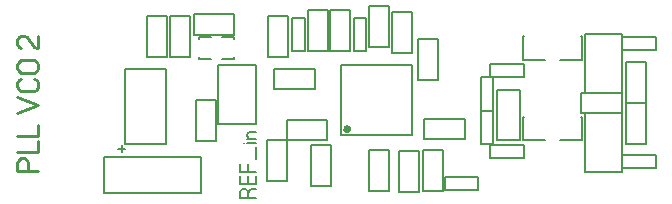
<source format=gbr>
%FSLAX34Y34*%
%MOMM*%
%LNSILK_TOP*%
G71*
G01*
%ADD10C,0.150*%
%ADD11C,0.222*%
%ADD12C,0.167*%
%ADD13C,0.400*%
%LPD*%
G54D10*
X304584Y-127422D02*
X304584Y-67622D01*
X363984Y-67622D01*
X363984Y-127422D01*
X304584Y-127422D01*
G54D10*
G75*
G01X311784Y-122422D02*
G03X311784Y-122422I-2400J0D01*
G01*
G54D10*
X259734Y-61341D02*
X242672Y-61341D01*
G54D10*
X259734Y-26660D02*
X242672Y-26660D01*
G54D10*
X259734Y-61341D02*
X259734Y-26660D01*
G54D10*
X242672Y-61341D02*
X242672Y-26660D01*
G54D10*
X262892Y-56183D02*
X273867Y-56183D01*
X273867Y-27883D01*
X262892Y-27883D01*
X262892Y-56183D01*
G54D10*
X422362Y-135150D02*
X433338Y-135150D01*
X433338Y-106850D01*
X422362Y-106850D01*
X422362Y-135150D01*
G54D10*
X422362Y-78550D02*
X433338Y-78550D01*
X433338Y-106850D01*
X422362Y-106850D01*
X422362Y-78550D01*
G54D10*
X456100Y-131431D02*
X436500Y-131431D01*
G54D10*
X456100Y-89369D02*
X436500Y-89369D01*
G54D10*
X456100Y-131431D02*
X456100Y-89369D01*
G54D10*
X436500Y-131431D02*
X436500Y-89369D01*
G54D10*
X386734Y-80991D02*
X369672Y-80991D01*
G54D10*
X386734Y-46310D02*
X369672Y-46310D01*
G54D10*
X386734Y-80991D02*
X386734Y-46310D01*
G54D10*
X369672Y-80991D02*
X369672Y-46310D01*
G54D10*
X325818Y-27984D02*
X314842Y-27984D01*
X314842Y-56284D01*
X325818Y-56284D01*
X325818Y-27984D01*
G54D10*
X282584Y-71168D02*
X282584Y-88230D01*
G54D10*
X247903Y-71168D02*
X247903Y-88230D01*
G54D10*
X282584Y-71168D02*
X247903Y-71168D01*
G54D10*
X282584Y-88230D02*
X247903Y-88230D01*
G54D10*
X258118Y-131796D02*
X258118Y-114734D01*
G54D10*
X292800Y-131796D02*
X292799Y-114734D01*
G54D10*
X258118Y-131796D02*
X292800Y-131796D01*
G54D10*
X258118Y-114734D02*
X292799Y-114734D01*
G54D10*
X408844Y-113919D02*
X408844Y-130982D01*
G54D10*
X374162Y-113919D02*
X374162Y-130982D01*
G54D10*
X408844Y-113919D02*
X374162Y-113919D01*
G54D10*
X408844Y-130982D02*
X374162Y-130982D01*
G54D10*
X344734Y-175091D02*
X327672Y-175091D01*
G54D10*
X344734Y-140410D02*
X327672Y-140410D01*
G54D10*
X344734Y-175091D02*
X344734Y-140410D01*
G54D10*
X327672Y-175091D02*
X327672Y-140410D01*
G54D10*
X420453Y-173441D02*
X420453Y-162466D01*
X392153Y-162466D01*
X392153Y-173441D01*
X420453Y-173441D01*
G54D10*
X370484Y-175191D02*
X353422Y-175191D01*
G54D10*
X370484Y-140510D02*
X353422Y-140510D01*
G54D10*
X370484Y-175191D02*
X370484Y-140510D01*
G54D10*
X353422Y-175191D02*
X353422Y-140510D01*
G54D10*
X295834Y-170391D02*
X278772Y-170391D01*
G54D10*
X295834Y-135710D02*
X278772Y-135710D01*
G54D10*
X295834Y-170391D02*
X295834Y-135710D01*
G54D10*
X278772Y-170391D02*
X278772Y-135710D01*
G54D10*
X507744Y-43635D02*
X508463Y-43641D01*
X508463Y-63479D01*
X489744Y-63479D01*
G54D10*
X458781Y-43635D02*
X458062Y-43641D01*
X458062Y-63479D01*
X476781Y-63479D01*
G54D10*
X545303Y-65259D02*
X562366Y-65259D01*
G54D10*
X545303Y-99941D02*
X562366Y-99940D01*
G54D10*
X545303Y-65259D02*
X545303Y-99941D01*
G54D10*
X562366Y-65259D02*
X562366Y-99940D01*
G54D10*
X510481Y-91551D02*
X542481Y-91551D01*
X542481Y-41551D01*
X510481Y-41551D01*
X510481Y-91551D01*
G54D10*
X570752Y-55426D02*
X570752Y-44451D01*
X542452Y-44451D01*
X542452Y-55426D01*
X570752Y-55426D01*
G54D10*
X570752Y-155426D02*
X570752Y-144451D01*
X542452Y-144451D01*
X542452Y-155426D01*
X570752Y-155426D01*
G54D10*
X507744Y-111635D02*
X508463Y-111641D01*
X508463Y-131479D01*
X489745Y-131479D01*
G54D10*
X458781Y-111635D02*
X458063Y-111642D01*
X458062Y-131479D01*
X476781Y-131479D01*
G54D10*
X510481Y-158551D02*
X542481Y-158551D01*
X542481Y-108551D01*
X510481Y-108551D01*
X510481Y-158551D01*
G54D10*
X507812Y-108582D02*
X507812Y-91519D01*
G54D10*
X542494Y-108582D02*
X542494Y-91519D01*
G54D10*
X507812Y-108582D02*
X542494Y-108582D01*
G54D10*
X507812Y-91519D02*
X542494Y-91519D01*
G54D10*
X562366Y-134616D02*
X545303Y-134616D01*
G54D10*
X562366Y-99934D02*
X545303Y-99935D01*
G54D10*
X562366Y-134616D02*
X562366Y-99934D01*
G54D10*
X545303Y-134616D02*
X545303Y-99935D01*
G54D10*
X458900Y-146438D02*
X458900Y-135462D01*
X430600Y-135462D01*
X430600Y-146438D01*
X458900Y-146438D01*
G54D10*
X458900Y-78438D02*
X458900Y-67462D01*
X430600Y-67462D01*
X430600Y-78438D01*
X458900Y-78438D01*
G54D10*
X364484Y-57741D02*
X347422Y-57741D01*
G54D10*
X364484Y-23060D02*
X347422Y-23060D01*
G54D10*
X364484Y-57741D02*
X364484Y-23060D01*
G54D10*
X347422Y-57741D02*
X347422Y-23060D01*
G54D10*
X345281Y-52638D02*
X328219Y-52637D01*
G54D10*
X345281Y-17956D02*
X328219Y-17956D01*
G54D10*
X345281Y-52638D02*
X345281Y-17956D01*
G54D10*
X328219Y-52637D02*
X328219Y-17956D01*
G54D10*
X293281Y-56238D02*
X276219Y-56237D01*
G54D10*
X293281Y-21556D02*
X276219Y-21556D01*
G54D10*
X293281Y-56238D02*
X293281Y-21556D01*
G54D10*
X276219Y-56237D02*
X276219Y-21556D01*
G54D10*
X312281Y-56238D02*
X295219Y-56237D01*
G54D10*
X312281Y-21556D02*
X295219Y-21556D01*
G54D10*
X312281Y-56238D02*
X312281Y-21556D01*
G54D10*
X295219Y-56237D02*
X295219Y-21556D01*
G54D10*
X156157Y-71286D02*
X121257Y-71286D01*
X121257Y-134786D01*
X156157Y-134786D01*
X156157Y-71286D01*
G54D10*
X103952Y-146029D02*
X103952Y-176029D01*
X185752Y-176029D01*
X185752Y-146029D01*
X103952Y-146029D01*
G54D10*
X115277Y-138804D02*
X121627Y-138804D01*
G54D10*
X118452Y-135629D02*
X118452Y-141979D01*
G54D10*
X232256Y-68209D02*
X200256Y-68209D01*
X200256Y-118209D01*
X232256Y-118209D01*
X232256Y-68209D01*
G54D10*
X181181Y-97393D02*
X198244Y-97393D01*
G54D10*
X181181Y-132075D02*
X198244Y-132075D01*
G54D10*
X181181Y-97393D02*
X181181Y-132075D01*
G54D10*
X198244Y-97393D02*
X198244Y-132075D01*
G54D10*
X159628Y-60941D02*
X176690Y-60941D01*
G54D10*
X159628Y-26259D02*
X176691Y-26260D01*
G54D10*
X159628Y-60941D02*
X159628Y-26259D01*
G54D10*
X176690Y-60941D02*
X176691Y-26260D01*
G54D10*
X179375Y-25169D02*
X179375Y-42231D01*
G54D10*
X214056Y-25169D02*
X214056Y-42231D01*
G54D10*
X179375Y-25169D02*
X214056Y-25169D01*
G54D10*
X179375Y-42231D02*
X214056Y-42231D01*
G54D10*
X203768Y-62592D02*
X213768Y-62592D01*
X213768Y-60842D01*
G54D10*
X203768Y-44192D02*
X213768Y-44192D01*
X213768Y-45942D01*
G54D10*
X194268Y-44192D02*
X184268Y-44192D01*
X184268Y-45942D01*
G54D10*
X194268Y-62592D02*
X184268Y-62592D01*
X184268Y-60842D01*
G54D11*
X47992Y-157571D02*
X30214Y-157571D01*
X30214Y-150904D01*
X31325Y-148238D01*
X33547Y-146904D01*
X35770Y-146904D01*
X37992Y-148238D01*
X39103Y-150904D01*
X39103Y-157571D01*
G54D11*
X30214Y-142015D02*
X47992Y-142015D01*
X47992Y-132682D01*
G54D11*
X30214Y-127793D02*
X47992Y-127793D01*
X47992Y-118460D01*
G54D11*
X30214Y-108415D02*
X47992Y-101748D01*
X30214Y-95082D01*
G54D11*
X44659Y-79526D02*
X46881Y-80860D01*
X47992Y-83526D01*
X47992Y-86193D01*
X46881Y-88860D01*
X44659Y-90193D01*
X33547Y-90193D01*
X31325Y-88860D01*
X30214Y-86193D01*
X30214Y-83526D01*
X31325Y-80860D01*
X33547Y-79526D01*
G54D11*
X33547Y-63970D02*
X44659Y-63970D01*
X46881Y-65304D01*
X47992Y-67970D01*
X47992Y-70637D01*
X46881Y-73304D01*
X44659Y-74637D01*
X33547Y-74637D01*
X31325Y-73304D01*
X30214Y-70637D01*
X30214Y-67970D01*
X31325Y-65304D01*
X33547Y-63970D01*
G54D11*
X47992Y-43258D02*
X47992Y-53925D01*
X46881Y-53925D01*
X44659Y-52592D01*
X37992Y-44592D01*
X35770Y-43258D01*
X33547Y-43258D01*
X31325Y-44592D01*
X30214Y-47258D01*
X30214Y-49925D01*
X31325Y-52592D01*
X33547Y-53925D01*
G54D12*
X225616Y-176762D02*
X227283Y-173762D01*
X228949Y-172762D01*
X232283Y-172762D01*
G54D12*
X232283Y-180762D02*
X218949Y-180762D01*
X218949Y-175762D01*
X219783Y-173762D01*
X221449Y-172762D01*
X223116Y-172762D01*
X224783Y-173762D01*
X225616Y-175762D01*
X225616Y-180762D01*
G54D12*
X232283Y-162095D02*
X232283Y-169095D01*
X218949Y-169095D01*
X218949Y-162095D01*
G54D12*
X225616Y-169095D02*
X225616Y-162095D01*
G54D12*
X232283Y-158428D02*
X218949Y-158428D01*
X218949Y-151428D01*
G54D12*
X225616Y-158428D02*
X225616Y-151428D01*
G54D12*
X232283Y-147761D02*
X232283Y-137761D01*
G54D12*
X232283Y-134094D02*
X224783Y-134094D01*
G54D12*
X222283Y-134094D02*
X222283Y-134094D01*
G54D12*
X232283Y-130427D02*
X224783Y-130427D01*
G54D12*
X226449Y-130427D02*
X225283Y-129427D01*
X224783Y-127427D01*
X225283Y-125427D01*
X226449Y-124427D01*
X232283Y-124427D01*
G54D10*
X139628Y-60941D02*
X156690Y-60941D01*
G54D10*
X139628Y-26259D02*
X156691Y-26260D01*
G54D10*
X139628Y-60941D02*
X139628Y-26259D01*
G54D10*
X156690Y-60941D02*
X156691Y-26260D01*
G54D10*
X258534Y-166391D02*
X241472Y-166391D01*
G54D10*
X258534Y-131710D02*
X241472Y-131710D01*
G54D10*
X258534Y-166391D02*
X258534Y-131710D01*
G54D10*
X241472Y-166391D02*
X241472Y-131710D01*
G54D10*
X373322Y-140316D02*
X390384Y-140316D01*
G54D10*
X373322Y-174997D02*
X390384Y-174997D01*
G54D10*
X373322Y-140316D02*
X373322Y-174997D01*
G54D10*
X390384Y-140316D02*
X390384Y-174997D01*
G54D13*
G75*
G01X310884Y-122422D02*
G03X310884Y-122422I-1500J0D01*
G01*
M02*

</source>
